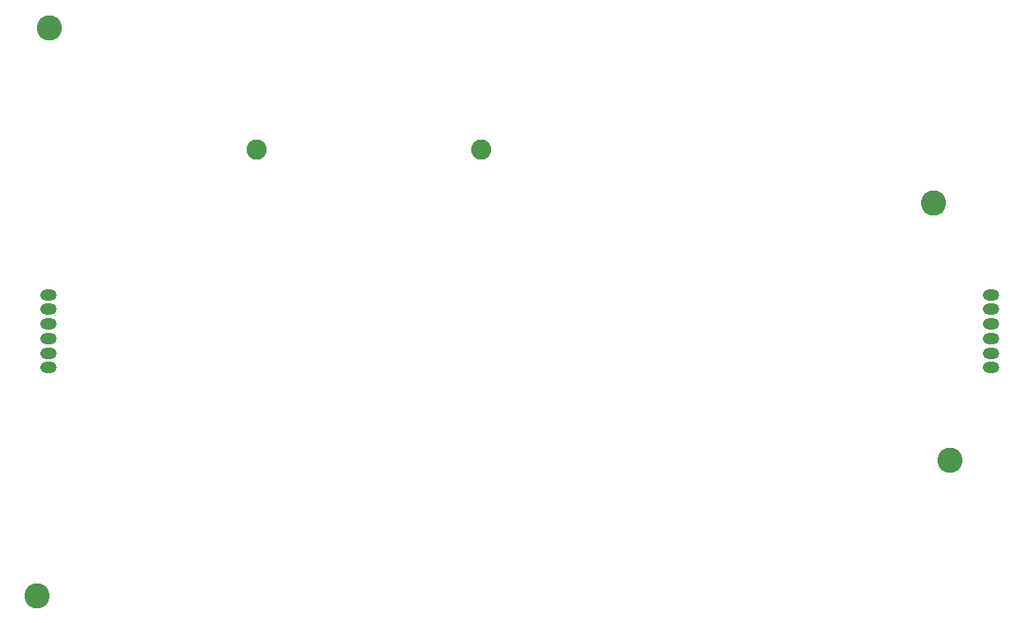
<source format=gbs>
G04*
G04 #@! TF.GenerationSoftware,Altium Limited,Altium Designer,21.8.1 (53)*
G04*
G04 Layer_Color=16711935*
%FSLAX25Y25*%
%MOIN*%
G70*
G04*
G04 #@! TF.SameCoordinates,C51AC878-C841-4A90-9CA5-41AFAFBE50B8*
G04*
G04*
G04 #@! TF.FilePolarity,Negative*
G04*
G01*
G75*
%ADD56O,0.06699X0.04731*%
%ADD58C,0.10243*%
%ADD59C,0.08200*%
%ADD69C,0.00395*%
D56*
X649446Y241732D02*
D03*
Y247638D02*
D03*
Y253543D02*
D03*
Y259449D02*
D03*
Y265354D02*
D03*
Y271260D02*
D03*
X267323D02*
D03*
Y253543D02*
D03*
Y247638D02*
D03*
Y241732D02*
D03*
Y259449D02*
D03*
Y265354D02*
D03*
D58*
X626034Y308346D02*
D03*
X632727Y204016D02*
D03*
X262648Y149291D02*
D03*
X267766Y379606D02*
D03*
D59*
X442494Y329999D02*
D03*
X351594Y329999D02*
D03*
D69*
X449606Y298819D02*
D03*
M02*

</source>
